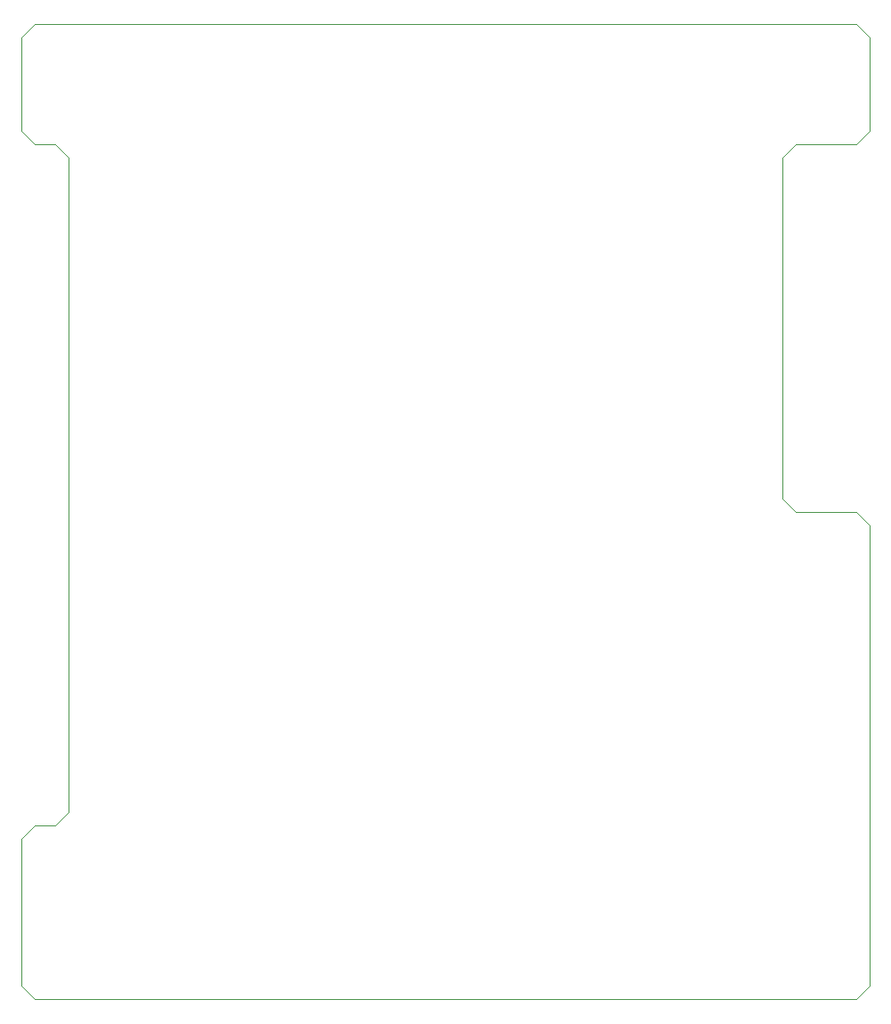
<source format=gm1>
G04 #@! TF.GenerationSoftware,KiCad,Pcbnew,(5.1.2)-1*
G04 #@! TF.CreationDate,2019-06-13T16:49:56+03:00*
G04 #@! TF.ProjectId,Home_Automation,486f6d65-5f41-4757-946f-6d6174696f6e,rev?*
G04 #@! TF.SameCoordinates,Original*
G04 #@! TF.FileFunction,Profile,NP*
%FSLAX46Y46*%
G04 Gerber Fmt 4.6, Leading zero omitted, Abs format (unit mm)*
G04 Created by KiCad (PCBNEW (5.1.2)-1) date 2019-06-13 16:49:56*
%MOMM*%
%LPD*%
G04 APERTURE LIST*
%ADD10C,0.050000*%
G04 APERTURE END LIST*
D10*
X216535000Y-44450000D02*
X217805000Y-45720000D01*
X209550000Y-57150000D02*
X210820000Y-55880000D01*
X216535000Y-90805000D02*
X217805000Y-92075000D01*
X216535000Y-137160000D02*
X217805000Y-135890000D01*
X209550000Y-89535000D02*
X210820000Y-90805000D01*
X216535000Y-55880000D02*
X217805000Y-54610000D01*
X210820000Y-55880000D02*
X216535000Y-55880000D01*
X217805000Y-45720000D02*
X217805000Y-54610000D01*
X137160000Y-45720000D02*
X138430000Y-44450000D01*
X137160000Y-135890000D02*
X138430000Y-137160000D01*
X140335000Y-120650000D02*
X141605000Y-119380000D01*
X137160000Y-54610000D02*
X137160000Y-45720000D01*
X138430000Y-55880000D02*
X137160000Y-54610000D01*
X140335000Y-55880000D02*
X138430000Y-55880000D01*
X141605000Y-57150000D02*
X140335000Y-55880000D01*
X141605000Y-119380000D02*
X141605000Y-57150000D01*
X138430000Y-120650000D02*
X140335000Y-120650000D01*
X137160000Y-121920000D02*
X138430000Y-120650000D01*
X137160000Y-121983500D02*
X137160000Y-121920000D01*
X137160000Y-135890000D02*
X137160000Y-121983500D01*
X216535000Y-137160000D02*
X138430000Y-137160000D01*
X217805000Y-92075000D02*
X217805000Y-135890000D01*
X210820000Y-90805000D02*
X216535000Y-90805000D01*
X209550000Y-57150000D02*
X209550000Y-89535000D01*
X138430000Y-44450000D02*
X216535000Y-44450000D01*
M02*

</source>
